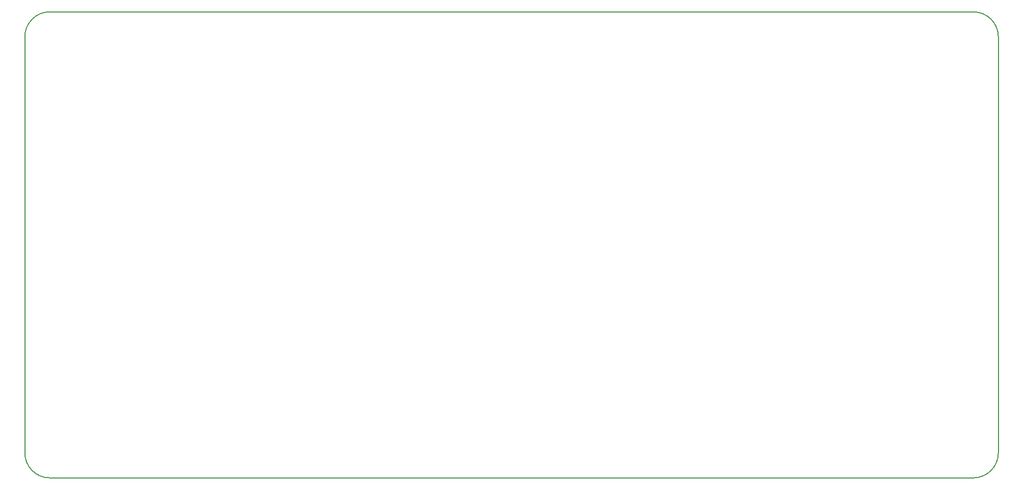
<source format=gbr>
G04 #@! TF.GenerationSoftware,KiCad,Pcbnew,(5.0.0)*
G04 #@! TF.CreationDate,2018-12-30T19:09:48-06:00*
G04 #@! TF.ProjectId,PatchPanel_Hardware,506174636850616E656C5F4861726477,rev?*
G04 #@! TF.SameCoordinates,Original*
G04 #@! TF.FileFunction,Profile,NP*
%FSLAX46Y46*%
G04 Gerber Fmt 4.6, Leading zero omitted, Abs format (unit mm)*
G04 Created by KiCad (PCBNEW (5.0.0)) date 12/30/18 19:09:48*
%MOMM*%
%LPD*%
G01*
G04 APERTURE LIST*
%ADD10C,0.150000*%
G04 APERTURE END LIST*
D10*
X133858000Y-16764000D02*
G75*
G02X137922000Y-12700000I4064000J0D01*
G01*
X137922000Y-88392000D02*
G75*
G02X133858000Y-84328000I0J4064000D01*
G01*
X292100000Y-84328000D02*
G75*
G02X288036000Y-88392000I-4064000J0D01*
G01*
X133858000Y-16764000D02*
X133858000Y-84328000D01*
X288036000Y-88392000D02*
X137922000Y-88392000D01*
X292100000Y-16764000D02*
X292100000Y-84328000D01*
X288036000Y-12700000D02*
G75*
G02X292100000Y-16764000I0J-4064000D01*
G01*
X137922000Y-12700000D02*
X288036000Y-12700000D01*
M02*

</source>
